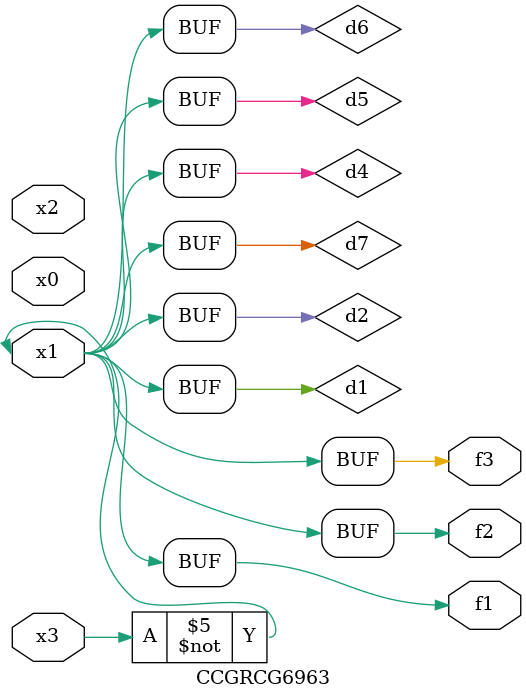
<source format=v>
module CCGRCG6963(
	input x0, x1, x2, x3,
	output f1, f2, f3
);

	wire d1, d2, d3, d4, d5, d6, d7;

	not (d1, x3);
	buf (d2, x1);
	xnor (d3, d1, d2);
	nor (d4, d1);
	buf (d5, d1, d2);
	buf (d6, d4, d5);
	nand (d7, d4);
	assign f1 = d6;
	assign f2 = d7;
	assign f3 = d6;
endmodule

</source>
